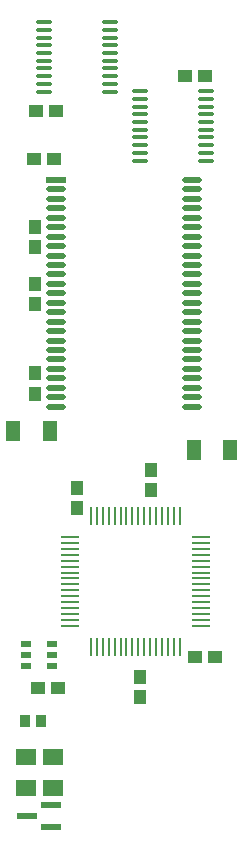
<source format=gtp>
G04 Layer_Color=7318015*
%FSLAX24Y24*%
%MOIN*%
G70*
G01*
G75*
%ADD10R,0.0492X0.0433*%
%ADD11R,0.0709X0.0551*%
%ADD12R,0.0433X0.0492*%
%ADD13O,0.0551X0.0138*%
%ADD14R,0.0669X0.0236*%
%ADD15R,0.0374X0.0236*%
%ADD16O,0.0610X0.0098*%
%ADD17O,0.0098X0.0610*%
%ADD18R,0.0354X0.0413*%
%ADD20R,0.0512X0.0689*%
%ADD21O,0.0650X0.0217*%
%ADD22R,0.0650X0.0217*%
D10*
X28300Y25900D02*
D03*
X27631Y25900D02*
D03*
X27300Y45250D02*
D03*
X27969D02*
D03*
X23000Y44100D02*
D03*
X22331D02*
D03*
X22950Y42500D02*
D03*
X22281D02*
D03*
X22421Y24880D02*
D03*
X23090D02*
D03*
D11*
X22900Y21538D02*
D03*
Y22562D02*
D03*
X22000Y21538D02*
D03*
Y22562D02*
D03*
D12*
X22300Y37650D02*
D03*
Y38319D02*
D03*
Y35350D02*
D03*
Y34681D02*
D03*
Y39550D02*
D03*
Y40219D02*
D03*
X23710Y30851D02*
D03*
Y31520D02*
D03*
X25810Y25239D02*
D03*
Y24570D02*
D03*
X26160Y31451D02*
D03*
Y32120D02*
D03*
D13*
X25798Y44752D02*
D03*
Y44496D02*
D03*
Y44240D02*
D03*
Y43984D02*
D03*
Y43728D02*
D03*
Y43472D02*
D03*
Y43216D02*
D03*
Y42960D02*
D03*
Y42704D02*
D03*
Y42448D02*
D03*
X28002Y44752D02*
D03*
Y44496D02*
D03*
Y44240D02*
D03*
Y43984D02*
D03*
Y43728D02*
D03*
Y43472D02*
D03*
Y43216D02*
D03*
Y42960D02*
D03*
Y42704D02*
D03*
Y42448D02*
D03*
X24812Y44748D02*
D03*
Y45004D02*
D03*
Y45260D02*
D03*
Y45516D02*
D03*
Y45772D02*
D03*
Y46028D02*
D03*
Y46284D02*
D03*
Y46540D02*
D03*
Y46796D02*
D03*
Y47052D02*
D03*
X22608Y44748D02*
D03*
Y45004D02*
D03*
Y45260D02*
D03*
Y45516D02*
D03*
Y45772D02*
D03*
Y46028D02*
D03*
Y46284D02*
D03*
Y46540D02*
D03*
Y46796D02*
D03*
Y47052D02*
D03*
D14*
X22844Y20226D02*
D03*
Y20974D02*
D03*
X22056Y20600D02*
D03*
D15*
X22883Y25586D02*
D03*
Y25960D02*
D03*
Y26334D02*
D03*
X21997Y25586D02*
D03*
Y25960D02*
D03*
Y26334D02*
D03*
D16*
X23475Y29896D02*
D03*
Y29700D02*
D03*
Y29503D02*
D03*
Y29306D02*
D03*
Y29109D02*
D03*
Y28912D02*
D03*
Y28715D02*
D03*
Y28518D02*
D03*
Y28322D02*
D03*
Y28125D02*
D03*
Y27928D02*
D03*
Y27731D02*
D03*
Y27534D02*
D03*
Y27337D02*
D03*
Y27140D02*
D03*
Y26944D02*
D03*
X27825D02*
D03*
Y27140D02*
D03*
Y27337D02*
D03*
Y27534D02*
D03*
Y27731D02*
D03*
Y27928D02*
D03*
Y28125D02*
D03*
Y28322D02*
D03*
Y28518D02*
D03*
Y28715D02*
D03*
Y28912D02*
D03*
Y29109D02*
D03*
Y29306D02*
D03*
Y29503D02*
D03*
Y29700D02*
D03*
Y29896D02*
D03*
D17*
X24174Y26245D02*
D03*
X24370D02*
D03*
X24567D02*
D03*
X24764D02*
D03*
X24961D02*
D03*
X25158D02*
D03*
X25355D02*
D03*
X25552D02*
D03*
X25748D02*
D03*
X25945D02*
D03*
X26142D02*
D03*
X26339D02*
D03*
X26536D02*
D03*
X26733D02*
D03*
X26930D02*
D03*
X27126D02*
D03*
Y30595D02*
D03*
X26930D02*
D03*
X26733D02*
D03*
X26536D02*
D03*
X26339D02*
D03*
X26142D02*
D03*
X25945D02*
D03*
X25748D02*
D03*
X25552D02*
D03*
X25355D02*
D03*
X25158D02*
D03*
X24961D02*
D03*
X24764D02*
D03*
X24567D02*
D03*
X24370D02*
D03*
X24174D02*
D03*
D18*
X21984Y23750D02*
D03*
X22516D02*
D03*
D20*
X22791Y33430D02*
D03*
X21590D02*
D03*
X27599Y32800D02*
D03*
X28800D02*
D03*
D21*
X27551Y34241D02*
D03*
Y34556D02*
D03*
Y34871D02*
D03*
Y35186D02*
D03*
Y35501D02*
D03*
Y35816D02*
D03*
Y36131D02*
D03*
Y36446D02*
D03*
Y36761D02*
D03*
Y37076D02*
D03*
Y37391D02*
D03*
Y37706D02*
D03*
Y38020D02*
D03*
Y38335D02*
D03*
Y38650D02*
D03*
Y38965D02*
D03*
Y39280D02*
D03*
Y39595D02*
D03*
Y39910D02*
D03*
Y40225D02*
D03*
Y40540D02*
D03*
Y40855D02*
D03*
Y41170D02*
D03*
Y41485D02*
D03*
Y41800D02*
D03*
X23000Y34241D02*
D03*
Y34556D02*
D03*
Y34871D02*
D03*
Y35186D02*
D03*
Y35501D02*
D03*
Y35816D02*
D03*
Y36131D02*
D03*
Y36446D02*
D03*
Y36761D02*
D03*
Y37076D02*
D03*
Y37391D02*
D03*
Y37706D02*
D03*
Y38020D02*
D03*
Y38335D02*
D03*
Y38650D02*
D03*
Y38965D02*
D03*
Y39280D02*
D03*
Y39595D02*
D03*
Y39910D02*
D03*
Y40225D02*
D03*
Y40540D02*
D03*
Y40855D02*
D03*
Y41170D02*
D03*
Y41485D02*
D03*
D22*
Y41800D02*
D03*
M02*

</source>
